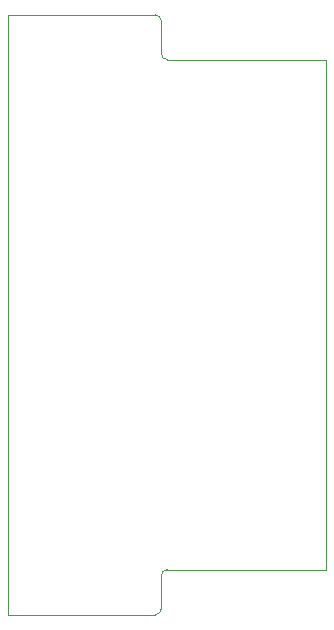
<source format=gbr>
G04 #@! TF.GenerationSoftware,KiCad,Pcbnew,9.0.0*
G04 #@! TF.CreationDate,2025-03-30T00:29:37+00:00*
G04 #@! TF.ProjectId,1MHzAdaptor,314d487a-4164-4617-9074-6f722e6b6963,03b*
G04 #@! TF.SameCoordinates,Original*
G04 #@! TF.FileFunction,Profile,NP*
%FSLAX46Y46*%
G04 Gerber Fmt 4.6, Leading zero omitted, Abs format (unit mm)*
G04 Created by KiCad (PCBNEW 9.0.0) date 2025-03-30 00:29:37*
%MOMM*%
%LPD*%
G01*
G04 APERTURE LIST*
G04 #@! TA.AperFunction,Profile*
%ADD10C,0.050000*%
G04 #@! TD*
G04 APERTURE END LIST*
D10*
X151028400Y-101600000D02*
X151028400Y-58420000D01*
X136550400Y-54610000D02*
G75*
G02*
X137058400Y-55118000I0J-508000D01*
G01*
X137058400Y-102108000D02*
G75*
G02*
X137566400Y-101600000I508000J0D01*
G01*
X137058400Y-104902000D02*
G75*
G02*
X136550400Y-105410000I-508000J0D01*
G01*
X137058400Y-57912000D02*
X137058400Y-55118000D01*
X137058400Y-104902000D02*
X137058400Y-102108000D01*
X124104400Y-54610000D02*
X136550400Y-54610000D01*
X137566400Y-58420000D02*
X151028400Y-58420000D01*
X137566400Y-101600000D02*
X151028400Y-101600000D01*
X124104400Y-105410000D02*
X136550400Y-105410000D01*
X124104400Y-54610000D02*
X124104400Y-105410000D01*
X137566400Y-58420000D02*
G75*
G02*
X137058400Y-57912000I0J508000D01*
G01*
M02*

</source>
